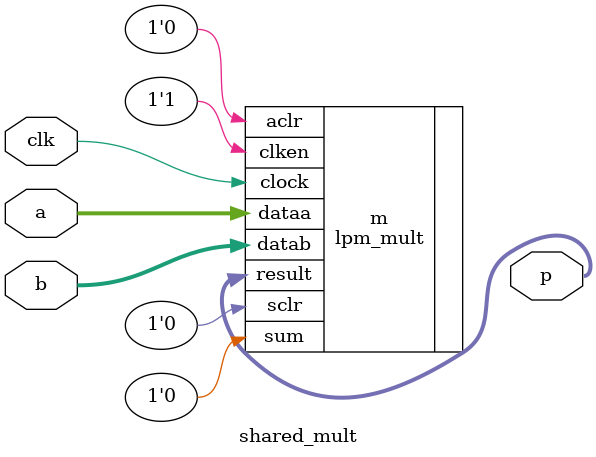
<source format=sv>

module shared_mult (
	input clk,
	input [31:0] a, b,
	output [63:0] p
);
	lpm_mult #(
		.lpm_pipeline(2),
		.lpm_widtha(32),
		.lpm_widthb(32),
		.lpm_widthp(64),
		.lpm_representation("SIGNED"),
		.lpm_hint("MAXIMIZE_SPEED=9")
	) m (.clock(clk), .dataa(a), .datab(b), .result(p),
		.aclr(1'b0), .clken(1'b1), .sclr(1'b0), .sum(1'b0));
endmodule

</source>
